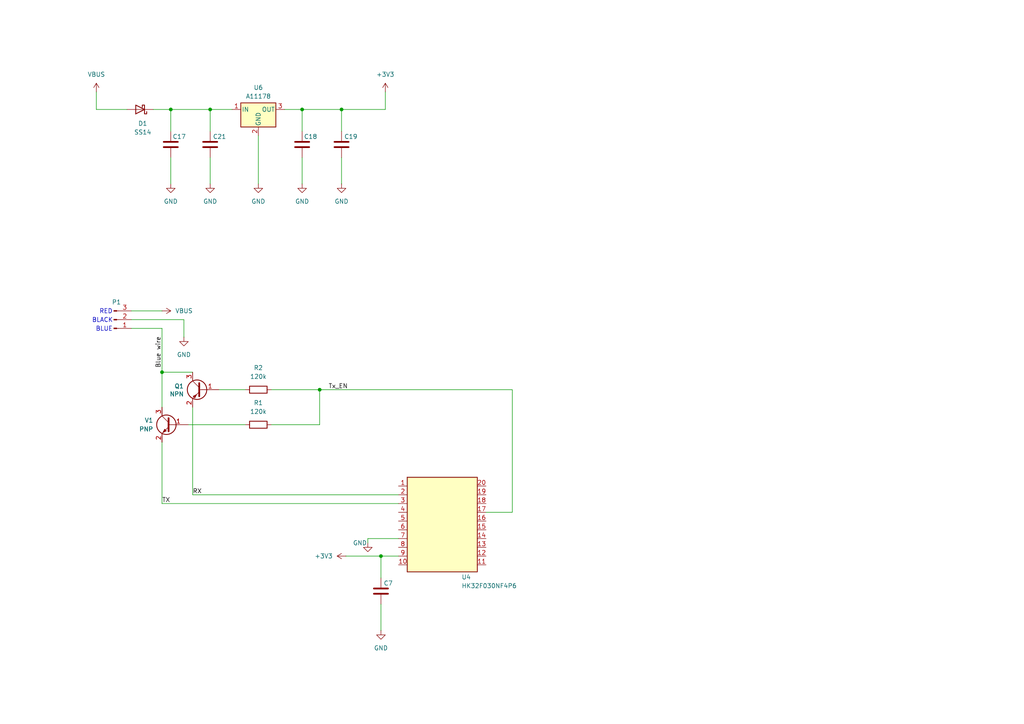
<source format=kicad_sch>
(kicad_sch (version 20231120) (generator "eeschema") (generator_version "8.0")
  (paper "A4")
  (lib_symbols
    (symbol "Connector:Conn_01x03_Pin" (pin_names (offset 1.016) hide)
      (property "Reference" "J" (at 0 5.08 0))
      (property "Value" "Conn_01x03_Pin" (at 0 -5.08 0))
      (symbol "Conn_01x03_Pin_1_1"
        (polyline (pts (xy 1.27 -2.54) (xy 0.8636 -2.54)) (stroke (width 0.1524)))
        (polyline (pts (xy 1.27 0) (xy 0.8636 0)) (stroke (width 0.1524)))
        (polyline (pts (xy 1.27 2.54) (xy 0.8636 2.54)) (stroke (width 0.1524)))
        (rectangle (start 0.8636 -2.413) (end 0 -2.667) (stroke (width 0.1524)) (fill (type outline)))
        (rectangle (start 0.8636 0.127) (end 0 -0.127) (stroke (width 0.1524)) (fill (type outline)))
        (rectangle (start 0.8636 2.667) (end 0 2.413) (stroke (width 0.1524)) (fill (type outline)))
        (pin passive line (at 5.08 2.54 180) (length 3.81) (name "Pin_1") (number "1"))
        (pin passive line (at 5.08 0 180) (length 3.81) (name "Pin_2") (number "2"))
        (pin passive line (at 5.08 -2.54 180) (length 3.81) (name "Pin_3") (number "3"))
      )
    )
    (symbol "Device:C" (pin_numbers hide) (pin_names (offset 0.254))
      (property "Reference" "C" (at 0.635 2.54 0))
      (property "Value" "C" (at 0.635 -2.54 0))
      (symbol "C_0_1"
        (polyline (pts (xy -2.032 -0.762) (xy 2.032 -0.762)) (stroke (width 0.508)))
        (polyline (pts (xy -2.032 0.762) (xy 2.032 0.762)) (stroke (width 0.508)))
      )
      (symbol "C_1_1"
        (pin passive line (at 0 3.81 270) (length 2.794) (name "~") (number "1"))
        (pin passive line (at 0 -3.81 90) (length 2.794) (name "~") (number "2"))
      )
    )
    (symbol "Device:R" (pin_numbers hide) (pin_names (offset 0))
      (property "Reference" "R" (at 2.032 0 90))
      (property "Value" "R" (at 0 0 90))
      (symbol "R_0_1"
        (rectangle (start -1.016 -2.54) (end 1.016 2.54) (stroke (width 0.254)))
      )
      (symbol "R_1_1"
        (pin passive line (at 0 3.81 270) (length 1.27) (name "~") (number "1"))
        (pin passive line (at 0 -3.81 90) (length 1.27) (name "~") (number "2"))
      )
    )
    (symbol "Diode:SS14" (pin_numbers hide) (pin_names (offset 1.016) hide)
      (property "Reference" "D" (at 0 2.54 0))
      (property "Value" "SS14" (at 0 -2.54 0))
      (symbol "SS14_0_1"
        (polyline (pts (xy 1.27 0) (xy -1.27 0)))
        (polyline (pts (xy 1.27 1.27) (xy 1.27 -1.27) (xy -1.27 0) (xy 1.27 1.27)) (stroke (width 0.254)))
        (polyline (pts (xy -1.905 0.635) (xy -1.905 1.27) (xy -1.27 1.27) (xy -1.27 -1.27) (xy -0.635 -1.27) (xy -0.635 -0.635)) (stroke (width 0.254)))
      )
      (symbol "SS14_1_1"
        (pin passive line (at -3.81 0 0) (length 2.54) (name "K") (number "1"))
        (pin passive line (at 3.81 0 180) (length 2.54) (name "A") (number "2"))
      )
    )
    (symbol "MCU_ST_STM32F0:STM32F030F4Px"
      (property "Reference" "U4" (at 5.588 -11.176 0))
      (property "Value" "HK32F030NF4P6" (at 5.588 -13.716 0))
      (symbol "STM32F030F4Px_0_1"
        (rectangle (start -10.16 17.78) (end 10.16 -9.652) (stroke (width 0.254)) (fill (type background)))
      )
      (symbol "STM32F030F4Px_1_1"
        (pin power_in line (at -12.7 15.24 0) (length 2.54) (name "") (number "1"))
        (pin power_in line (at -12.7 -7.62 0) (length 2.54) (name "") (number "10"))
        (pin power_in line (at 12.7 -7.62 180) (length 2.54) (name "") (number "11"))
        (pin power_in line (at 12.7 -5.08 180) (length 2.54) (name "") (number "12"))
        (pin power_in line (at 12.7 -2.54 180) (length 2.54) (name "") (number "13"))
        (pin power_in line (at 12.7 0 180) (length 2.54) (name "") (number "14"))
        (pin power_in line (at 12.7 2.54 180) (length 2.54) (name "") (number "15"))
        (pin power_in line (at 12.7 5.08 180) (length 2.54) (name "") (number "16"))
        (pin power_in line (at 12.7 7.62 180) (length 2.54) (name "") (number "17"))
        (pin power_in line (at 12.7 10.16 180) (length 2.54) (name "") (number "18"))
        (pin power_in line (at 12.7 12.7 180) (length 2.54) (name "") (number "19"))
        (pin power_in line (at -12.7 12.7 0) (length 2.54) (name "") (number "2"))
        (pin power_in line (at 12.7 15.24 180) (length 2.54) (name "") (number "20"))
        (pin power_in line (at -12.7 10.16 0) (length 2.54) (name "") (number "3"))
        (pin power_in line (at -12.7 7.62 0) (length 2.54) (name "") (number "4"))
        (pin power_in line (at -12.7 5.08 0) (length 2.54) (name "") (number "5"))
        (pin power_in line (at -12.7 2.54 0) (length 2.54) (name "") (number "6"))
        (pin power_in line (at -12.7 0 0) (length 2.54) (name "") (number "7"))
        (pin power_in line (at -12.7 -2.54 0) (length 2.54) (name "") (number "8"))
        (pin power_in line (at -12.7 -5.08 0) (length 2.54) (name "") (number "9"))
      )
    )
    (symbol "Regulator_Switching:R-78B2.5-2.0" (pin_names (offset 0.254))
      (property "Reference" "U" (at -3.81 3.175 0))
      (property "Value" "R-78B2.5-2.0" (at 0 3.175 0))
      (symbol "R-78B2.5-2.0_0_1"
        (rectangle (start -5.08 1.905) (end 5.08 -5.08) (stroke (width 0.254)) (fill (type background)))
      )
      (symbol "R-78B2.5-2.0_1_1"
        (pin power_in line (at -7.62 0 0) (length 2.54) (name "IN") (number "1"))
        (pin power_in line (at 0 -7.62 90) (length 2.54) (name "GND") (number "2"))
        (pin power_out line (at 7.62 0 180) (length 2.54) (name "OUT") (number "3"))
      )
    )
    (symbol "Transistor_BJT:BC817" (pin_names (offset 0) hide)
      (property "Reference" "Q" (at 5.08 1.905 0))
      (property "Value" "BC817" (at 5.08 0 0))
      (symbol "BC817_0_1"
        (polyline (pts (xy 0.635 0.635) (xy 2.54 2.54)))
        (polyline (pts (xy 0.635 -0.635) (xy 2.54 -2.54) (xy 2.54 -2.54)))
        (polyline (pts (xy 0.635 1.905) (xy 0.635 -1.905) (xy 0.635 -1.905)) (stroke (width 0.508)))
        (polyline (pts (xy 1.27 -1.778) (xy 1.778 -1.27) (xy 2.286 -2.286) (xy 1.27 -1.778) (xy 1.27 -1.778)) (fill (type outline)))
        (circle (center 1.27 0) (radius 2.8194) (stroke (width 0.254)))
      )
      (symbol "BC817_1_1"
        (pin input line (at -5.08 0 0) (length 5.715) (name "B") (number "1"))
        (pin passive line (at 2.54 -5.08 90) (length 2.54) (name "E") (number "2"))
        (pin passive line (at 2.54 5.08 270) (length 2.54) (name "C") (number "3"))
      )
    )
    (symbol "Transistor_BJT:MMBTA94" (pin_names (offset 0) hide)
      (property "Reference" "Q" (at 5.08 1.905 0))
      (property "Value" "MMBTA94" (at 5.08 0 0))
      (symbol "MMBTA94_0_1"
        (polyline (pts (xy 0 0) (xy 0.635 0)))
        (polyline (pts (xy 2.54 -2.54) (xy 0.635 -0.635)))
        (polyline (pts (xy 2.54 2.54) (xy 0.635 0.635)))
        (polyline (pts (xy 0.635 1.905) (xy 0.635 -1.905) (xy 0.635 -1.905)) (stroke (width 0.508)) (fill (type outline)))
        (polyline (pts (xy 1.905 -2.413) (xy 2.413 -1.905) (xy 1.397 -1.397) (xy 1.905 -2.413) (xy 1.905 -2.413)) (fill (type outline)))
        (circle (center 1.27 0) (radius 2.8194) (stroke (width 0.254)))
      )
      (symbol "MMBTA94_1_1"
        (pin input line (at -5.08 0 0) (length 5.08) (name "B") (number "1"))
        (pin passive line (at 2.54 -5.08 90) (length 2.54) (name "E") (number "2"))
        (pin passive line (at 2.54 5.08 270) (length 2.54) (name "C") (number "3"))
      )
    )
    (symbol "power:+3V3" (power) (pin_numbers hide) (pin_names (offset 0) hide)
      (property "Value" "+3V3" (at 0 3.556 0))
      (symbol "+3V3_0_1"
        (polyline (pts (xy -0.762 1.27) (xy 0 2.54)))
        (polyline (pts (xy 0 0) (xy 0 2.54)))
        (polyline (pts (xy 0 2.54) (xy 0.762 1.27)))
      )
      (symbol "+3V3_1_1"
        (pin power_in line (at 0 0 90) (length 0) (name "~") (number "1"))
      )
    )
    (symbol "power:GND" (power) (pin_numbers hide) (pin_names (offset 0) hide)
      (property "Value" "GND" (at 0 -3.81 0))
      (symbol "GND_0_1"
        (polyline (pts (xy 0 0) (xy 0 -1.27) (xy 1.27 -1.27) (xy 0 -2.54) (xy -1.27 -1.27) (xy 0 -1.27)))
      )
      (symbol "GND_1_1"
        (pin power_in line (at 0 0 270) (length 0) (name "~") (number "1"))
      )
    )
    (symbol "power:VBUS" (power) (pin_numbers hide) (pin_names (offset 0) hide)
      (property "Value" "VBUS" (at 0 3.556 0))
      (symbol "VBUS_0_1"
        (polyline (pts (xy -0.762 1.27) (xy 0 2.54)))
        (polyline (pts (xy 0 0) (xy 0 2.54)))
        (polyline (pts (xy 0 2.54) (xy 0.762 1.27)))
      )
      (symbol "VBUS_1_1"
        (pin power_in line (at 0 0 90) (length 0) (name "~") (number "1"))
      )
    )
  )
  (junction (at 92.71 113.03))
  (junction (at 49.53 31.75))
  (junction (at 87.63 31.75))
  (junction (at 110.49 161.29))
  (junction (at 99.06 31.75))
  (junction (at 46.99 107.95))
  (junction (at 60.96 31.75))
  (wire (pts (xy 115.57 156.21) (xy 106.68 156.21)))
  (wire (pts (xy 55.88 118.11) (xy 55.88 143.51)))
  (wire (pts (xy 106.68 156.21) (xy 106.68 157.48)))
  (wire (pts (xy 148.59 113.03) (xy 92.71 113.03)))
  (wire (pts (xy 111.76 26.67) (xy 111.76 31.75)))
  (wire (pts (xy 99.06 31.75) (xy 99.06 38.1)))
  (wire (pts (xy 60.96 31.75) (xy 67.31 31.75)))
  (wire (pts (xy 87.63 45.72) (xy 87.63 53.34)))
  (wire (pts (xy 49.53 31.75) (xy 60.96 31.75)))
  (wire (pts (xy 53.34 92.71) (xy 53.34 97.79)))
  (wire (pts (xy 63.5 113.03) (xy 71.12 113.03)))
  (wire (pts (xy 74.93 39.37) (xy 74.93 53.34)))
  (wire (pts (xy 110.49 161.29) (xy 115.57 161.29)))
  (wire (pts (xy 87.63 31.75) (xy 87.63 38.1)))
  (wire (pts (xy 60.96 45.72) (xy 60.96 53.34)))
  (wire (pts (xy 46.99 107.95) (xy 55.88 107.95)))
  (wire (pts (xy 27.94 31.75) (xy 36.83 31.75)))
  (wire (pts (xy 46.99 128.27) (xy 46.99 146.05)))
  (wire (pts (xy 46.99 95.25) (xy 46.99 107.95)))
  (wire (pts (xy 87.63 31.75) (xy 99.06 31.75)))
  (wire (pts (xy 99.06 45.72) (xy 99.06 53.34)))
  (wire (pts (xy 38.1 92.71) (xy 53.34 92.71)))
  (wire (pts (xy 148.59 148.59) (xy 148.59 113.03)))
  (wire (pts (xy 38.1 90.17) (xy 46.99 90.17)))
  (wire (pts (xy 54.61 123.19) (xy 71.12 123.19)))
  (wire (pts (xy 100.33 161.29) (xy 110.49 161.29)))
  (wire (pts (xy 82.55 31.75) (xy 87.63 31.75)))
  (wire (pts (xy 78.74 113.03) (xy 92.71 113.03)))
  (wire (pts (xy 99.06 31.75) (xy 111.76 31.75)))
  (wire (pts (xy 46.99 107.95) (xy 46.99 118.11)))
  (wire (pts (xy 55.88 143.51) (xy 115.57 143.51)))
  (wire (pts (xy 60.96 31.75) (xy 60.96 38.1)))
  (wire (pts (xy 38.1 95.25) (xy 46.99 95.25)))
  (wire (pts (xy 92.71 113.03) (xy 92.71 123.19)))
  (wire (pts (xy 110.49 175.26) (xy 110.49 182.88)))
  (wire (pts (xy 27.94 26.67) (xy 27.94 31.75)))
  (wire (pts (xy 140.97 148.59) (xy 148.59 148.59)))
  (wire (pts (xy 46.99 146.05) (xy 115.57 146.05)))
  (wire (pts (xy 49.53 31.75) (xy 49.53 38.1)))
  (wire (pts (xy 44.45 31.75) (xy 49.53 31.75)))
  (wire (pts (xy 110.49 161.29) (xy 110.49 167.64)))
  (wire (pts (xy 78.74 123.19) (xy 92.71 123.19)))
  (wire (pts (xy 49.53 45.72) (xy 49.53 53.34)))
  (text "BLUE" (at 30.226 95.504 0) (effects (font (size 1.27 1.27))))
  (text "BLACK" (at 29.718 92.964 0) (effects (font (size 1.27 1.27))))
  (text "RED" (at 30.734 90.424 0) (effects (font (size 1.27 1.27))))
  (label "RX" (at 55.88 143.51 0))
  (label "TX" (at 46.99 146.05 0))
  (label "Tx_EN" (at 95.25 113.03 0))
  (label "Blue wire" (at 46.99 106.68 90))
  (symbol (lib_id "MCU_ST_STM32F0:STM32F030F4Px") (at 128.27 156.21 0) (unit 1)
    (property "Reference" "U4" (at 133.858 167.386 0) (effects (justify left)))
    (property "Value" "HK32F030NF4P6" (at 133.858 169.926 0) (effects (justify left)))
    (property "Footprint" "Package_SO:TSSOP-20_4.4x6.5mm_P0.65mm" (effects (hide yes)))
    (property "Datasheet" "https://www.st.com/resource/en/datasheet/stm32f030f4.pdf" (effects (hide yes)))
    (property "Description" "STMicroelectronics Arm Cortex-M0 MCU, 16KB flash, 4KB RAM, 48 MHz, 2.4-3.6V, 15 GPIO, TSSOP20" (effects (hide yes)))
  )
  (symbol (lib_id "power:VBUS") (at 27.94 26.67 0) (unit 1)
    (property "Reference" "#PWR07" (effects (hide yes)))
    (property "Value" "VBUS" (at 27.94 21.59 0))
    (property "Description" "Power symbol creates a global label with name \"VBUS\"" (effects (hide yes)))
  )
  (symbol (lib_id "power:GND") (at 60.96 53.34 0) (unit 1)
    (property "Reference" "#PWR02" (effects (hide yes)))
    (property "Value" "GND" (at 60.96 58.42 0))
    (property "Description" "Power symbol creates a global label with name \"GND\" , ground" (effects (hide yes)))
  )
  (symbol (lib_id "power:VBUS") (at 46.99 90.17 270) (mirror x) (unit 1)
    (property "Reference" "#PWR06" (effects (hide yes)))
    (property "Value" "VBUS" (at 50.8 90.1701 90) (effects (justify left)))
    (property "Description" "Power symbol creates a global label with name \"VBUS\"" (effects (hide yes)))
  )
  (symbol (lib_id "Regulator_Switching:R-78B2.5-2.0") (at 74.93 31.75 0) (unit 1)
    (property "Reference" "U6" (at 74.93 25.4 0))
    (property "Value" "A11178" (at 74.93 27.94 0))
    (property "Footprint" "Converter_DCDC:Converter_DCDC_RECOM_R-78B-2.0_THT" (effects (hide yes)))
    (property "Datasheet" "https://www.recom-power.com/pdf/Innoline/R-78Bxx-2.0.pdf" (effects (hide yes)))
    (property "Description" "2A Step-Down DC/DC-Regulator, 4.75-32V input, 2.5V fixed Output Voltage, LM78xx replacement, -40°C to +85°C, SIP3" (effects (hide yes)))
  )
  (symbol (lib_id "Diode:SS14") (at 40.64 31.75 180) (unit 1)
    (property "Reference" "D1" (at 41.402 35.814 0))
    (property "Value" "SS14" (at 41.402 38.354 0))
    (property "Footprint" "Diode_SMD:D_SMA" (effects (hide yes)))
    (property "Datasheet" "https://www.vishay.com/docs/88746/ss12.pdf" (effects (hide yes)))
    (property "Description" "40V 1A Schottky Diode, SMA" (effects (hide yes)))
  )
  (symbol (lib_id "power:GND") (at 53.34 97.79 0) (unit 1)
    (property "Reference" "#PWR012" (effects (hide yes)))
    (property "Value" "GND" (at 53.34 102.87 0))
    (property "Description" "Power symbol creates a global label with name \"GND\" , ground" (effects (hide yes)))
  )
  (symbol (lib_id "Device:C") (at 87.63 41.91 180) (unit 1)
    (property "Reference" "C18" (at 88.138 39.624 0) (effects (justify right)))
    (property "Value" "C" (effects (hide yes)))
    (property "Description" "Unpolarized capacitor" (effects (hide yes)))
  )
  (symbol (lib_id "Device:C") (at 60.96 41.91 180) (unit 1)
    (property "Reference" "C21" (at 61.722 39.624 0) (effects (justify right)))
    (property "Value" "C" (effects (hide yes)))
    (property "Description" "Unpolarized capacitor" (effects (hide yes)))
  )
  (symbol (lib_id "Transistor_BJT:BC817") (at 49.53 123.19 0) (mirror y) (unit 1)
    (property "Reference" "V1" (at 44.45 121.9199 0) (effects (justify left)))
    (property "Value" "PNP" (at 44.45 124.4599 0) (effects (justify left)))
    (property "Footprint" "Package_TO_SOT_SMD:SOT-23" (effects (hide yes)))
    (property "Datasheet" "https://www.onsemi.com/pub/Collateral/BC818-D.pdf" (effects (hide yes)))
    (property "Description" "0.8A Ic, 45V Vce, NPN Transistor, SOT-23" (effects (hide yes)))
  )
  (symbol (lib_id "Device:C") (at 99.06 41.91 180) (unit 1)
    (property "Reference" "C19" (at 99.822 39.624 0) (effects (justify right)))
    (property "Value" "C" (effects (hide yes)))
    (property "Description" "Unpolarized capacitor" (effects (hide yes)))
  )
  (symbol (lib_id "power:GND") (at 99.06 53.34 0) (unit 1)
    (property "Reference" "#PWR05" (effects (hide yes)))
    (property "Value" "GND" (at 99.06 58.42 0))
    (property "Description" "Power symbol creates a global label with name \"GND\" , ground" (effects (hide yes)))
  )
  (symbol (lib_id "power:+3V3") (at 111.76 26.67 0) (unit 1)
    (property "Reference" "#PWR08" (effects (hide yes)))
    (property "Value" "+3V3" (at 111.76 21.59 0))
    (property "Description" "Power symbol creates a global label with name \"+3V3\"" (effects (hide yes)))
  )
  (symbol (lib_id "power:GND") (at 49.53 53.34 0) (unit 1)
    (property "Reference" "#PWR01" (effects (hide yes)))
    (property "Value" "GND" (at 49.53 58.42 0))
    (property "Description" "Power symbol creates a global label with name \"GND\" , ground" (effects (hide yes)))
  )
  (symbol (lib_id "Device:R") (at 74.93 123.19 90) (unit 1)
    (property "Reference" "R1" (at 74.93 116.84 90))
    (property "Value" "120k" (at 74.93 119.38 90))
    (property "Description" "Resistor" (effects (hide yes)))
  )
  (symbol (lib_id "power:GND") (at 106.68 157.48 0) (unit 1)
    (property "Reference" "#PWR010" (effects (hide yes)))
    (property "Value" "GND" (at 104.394 157.48 0))
    (property "Description" "Power symbol creates a global label with name \"GND\" , ground" (effects (hide yes)))
  )
  (symbol (lib_id "power:GND") (at 87.63 53.34 0) (unit 1)
    (property "Reference" "#PWR04" (effects (hide yes)))
    (property "Value" "GND" (at 87.63 58.42 0))
    (property "Description" "Power symbol creates a global label with name \"GND\" , ground" (effects (hide yes)))
  )
  (symbol (lib_id "power:GND") (at 110.49 182.88 0) (unit 1)
    (property "Reference" "#PWR011" (effects (hide yes)))
    (property "Value" "GND" (at 110.49 187.96 0))
    (property "Description" "Power symbol creates a global label with name \"GND\" , ground" (effects (hide yes)))
  )
  (symbol (lib_id "Device:R") (at 74.93 113.03 90) (unit 1)
    (property "Reference" "R2" (at 74.93 106.68 90))
    (property "Value" "120k" (at 74.93 109.22 90))
    (property "Description" "Resistor" (effects (hide yes)))
  )
  (symbol (lib_id "Connector:Conn_01x03_Pin") (at 33.02 92.71 0) (mirror x) (unit 1)
    (property "Reference" "P1" (at 33.782 87.63 0))
    (property "Value" "Conn_01x03_Pin" (effects (hide yes)))
    (property "Description" "Generic connector, single row, 01x03, script generated" (effects (hide yes)))
  )
  (symbol (lib_id "Device:C") (at 49.53 41.91 180) (unit 1)
    (property "Reference" "C17" (at 50.038 39.624 0) (effects (justify right)))
    (property "Value" "C" (effects (hide yes)))
    (property "Description" "Unpolarized capacitor" (effects (hide yes)))
  )
  (symbol (lib_id "power:GND") (at 74.93 53.34 0) (unit 1)
    (property "Reference" "#PWR03" (effects (hide yes)))
    (property "Value" "GND" (at 74.93 58.42 0))
    (property "Description" "Power symbol creates a global label with name \"GND\" , ground" (effects (hide yes)))
  )
  (symbol (lib_id "Transistor_BJT:MMBTA94") (at 58.42 113.03 0) (mirror y) (unit 1)
    (property "Reference" "Q1" (at 53.34 112.014 0) (effects (justify left)))
    (property "Value" "NPN" (at 53.34 114.2999 0) (effects (justify left)))
    (property "Footprint" "Package_TO_SOT_SMD:SOT-23" (effects (hide yes)))
    (property "Datasheet" "https://diotec.com/request/datasheet/mmbta92.pdf" (effects (hide yes)))
    (property "Description" "0.3A Ic, 400V Vce, PNP High Voltage Transistor, SOT-23" (effects (hide yes)))
  )
  (symbol (lib_id "Device:C") (at 110.49 171.45 180) (unit 1)
    (property "Reference" "C7" (at 111.252 169.164 0) (effects (justify right)))
    (property "Value" "C" (effects (hide yes)))
    (property "Description" "Unpolarized capacitor" (effects (hide yes)))
  )
  (symbol (lib_id "power:+3V3") (at 100.33 161.29 90) (unit 1)
    (property "Reference" "#PWR09" (effects (hide yes)))
    (property "Value" "+3V3" (at 96.52 161.2899 90) (effects (justify left)))
    (property "Description" "Power symbol creates a global label with name \"+3V3\"" (effects (hide yes)))
  )
)
</source>
